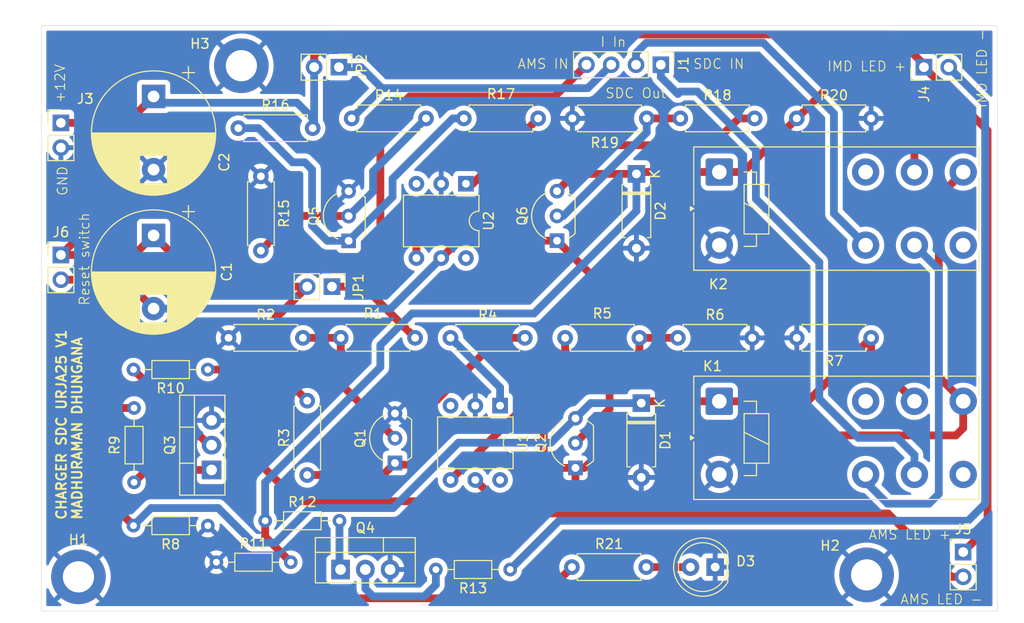
<source format=kicad_pcb>
(kicad_pcb (version 20240108) (generator "pcbnew") (generator_version "8.0")
  (layers (0 "F.Cu" signal) (31 "B.Cu" signal) (34 "B.Paste" user) (35 "F.Paste" user) (36 "B.SilkS" user "B.Silkscreen") (37 "F.SilkS" user "F.Silkscreen") (38 "B.Mask" user) (39 "F.Mask" user) (44 "Edge.Cuts" user))
  (net 0 "")
  (net 1 "AMS LED +ve")
  (net 2 "Reset Switch -Ve")
  (net 3 "GND")
  (net 4 "AMS Fault Led")
  (net 5 "IMD Fault Led")
  (net 6 "IMD Status In")
  (net 7 "AMS Status in")
  (net 8 "SDC OUT")
  (net 9 "SDC IN")
  (net 10 "IMD LED -ve")
  (net 11 "AMS LED -ve")
  (net 13 "Net-(K1-Pad22)")
  (net 17 "Net-(Q1-B)")
  (net 18 "Net-(Q1-C)")
  (net 19 "Net-(Q2-B)")
  (net 20 "Net-(Q3-G)")
  (net 21 "Net-(Q3-D)")
  (net 22 "Net-(Q4-G)")
  (net 23 "Net-(Q4-D)")
  (net 24 "Net-(Q5-C)")
  (net 25 "Net-(Q5-B)")
  (net 26 "Net-(Q6-B)")
  (net 27 "Net-(R4-Pad1)")
  (net 28 "Net-(R5-Pad2)")
  (net 29 "Net-(R17-Pad1)")
  (net 30 "Net-(R18-Pad2)")
  (net 35 "Net-(D3-A)")
  (footprint "Resistor_THT:R_Axial_DIN0207_L6.3mm_D2.5mm_P7.62mm_Horizontal" (layer "F.Cu") (at 485.81 107)
    (property "Reference" "R14" (at 3.81 -2.37 0) (layer "F.SilkS"))
    (property "Value" "1K")
    (pad "1" thru_hole circle (at 0 0) (size 1.6 1.6) (drill 0.8) (layers "*.Cu" "*.Mask") (net 6 "IMD Status In"))
    (pad "2" thru_hole oval (at 7.62 0) (size 1.6 1.6) (drill 0.8) (layers "*.Cu" "*.Mask") (net 25 "Net-(Q5-B)"))
  )
  (footprint "Capacitor_THT:CP_Radial_D12.5mm_P7.50mm" (layer "F.Cu") (at 465.5 119 -90)
    (property "Reference" "C1" (at 3.75 -7.5 90) (layer "F.SilkS"))
    (property "Value" "C_Polarized")
    (pad "1" thru_hole rect (at 0 0 270) (size 2.4 2.4) (drill 1.2) (layers "*.Cu" "*.Mask") (net 1 "AMS LED +ve"))
    (pad "2" thru_hole circle (at 7.5 0 270) (size 2.4 2.4) (drill 1.2) (layers "*.Cu" "*.Mask") (net 2 "Reset Switch -Ve"))
  )
  (footprint "Package_TO_SOT_THT:TO-92_Inline_Wide" (layer "F.Cu") (at 508.75 142.83 90)
    (property "Reference" "Q2" (at 2.54 -3.56 90) (layer "F.SilkS"))
    (property "Value" "NPN")
    (pad "1" thru_hole rect (at 0 0 90) (size 1.5 1.5) (drill 0.8) (layers "*.Cu" "*.Mask") (net 2 "Reset Switch -Ve"))
    (pad "2" thru_hole circle (at 2.54 0 90) (size 1.5 1.5) (drill 0.8) (layers "*.Cu" "*.Mask") (net 19 "Net-(Q2-B)"))
    (pad "3" thru_hole circle (at 5.08 0 90) (size 1.5 1.5) (drill 0.8) (layers "*.Cu" "*.Mask") (net 4 "AMS Fault Led"))
  )
  (footprint "Package_TO_SOT_THT:TO-92_Inline_Wide" (layer "F.Cu") (at 506.86 119.54 90)
    (property "Reference" "Q6" (at 2.54 -3.56 90) (layer "F.SilkS"))
    (property "Value" "NPN")
    (pad "1" thru_hole rect (at 0 0 90) (size 1.5 1.5) (drill 0.8) (layers "*.Cu" "*.Mask") (net 2 "Reset Switch -Ve"))
    (pad "2" thru_hole circle (at 2.54 0 90) (size 1.5 1.5) (drill 0.8) (layers "*.Cu" "*.Mask") (net 26 "Net-(Q6-B)"))
    (pad "3" thru_hole circle (at 5.08 0 90) (size 1.5 1.5) (drill 0.8) (layers "*.Cu" "*.Mask") (net 5 "IMD Fault Led"))
  )
  (footprint "Resistor_THT:R_Axial_DIN0204_L3.6mm_D1.6mm_P7.62mm_Horizontal" (layer "F.Cu") (at 471.06 132.75 180)
    (property "Reference" "R10" (at 3.81 -1.92 0) (layer "F.SilkS"))
    (property "Value" "220")
    (pad "1" thru_hole circle (at 0 0 180) (size 1.4 1.4) (drill 0.7) (layers "*.Cu" "*.Mask") (net 11 "AMS LED -ve"))
    (pad "2" thru_hole oval (at 7.62 0 180) (size 1.4 1.4) (drill 0.7) (layers "*.Cu" "*.Mask") (net 21 "Net-(Q3-D)"))
  )
  (footprint "MountingHole:MountingHole_3.2mm_M3_DIN965_Pad" (layer "F.Cu") (at 457.8 154)
    (property "Reference" "H1" (at 0 -3.8 0) (layer "F.SilkS"))
    (property "Value" "MountingHole_Pad")
    (pad "1" thru_hole circle (at 0 0) (size 5.6 5.6) (drill 3.2) (layers "*.Cu" "*.Mask") (net 3 "GND"))
  )
  (footprint "MountingHole:MountingHole_3.2mm_M3_DIN965_Pad" (layer "F.Cu") (at 474.5 101.6)
    (property "Reference" "H3" (at -4.25 -2.25 0) (layer "F.SilkS"))
    (property "Value" "MountingHole_Pad")
    (pad "1" thru_hole circle (at 0 0) (size 5.6 5.6) (drill 3.2) (layers "*.Cu" "*.Mask") (net 3 "GND"))
  )
  (footprint "Package_TO_SOT_THT:TO-92L_Inline_Wide" (layer "F.Cu") (at 485.5 119.55 90)
    (property "Reference" "Q5" (at 2.54 -3.56 90) (layer "F.SilkS"))
    (property "Value" "NPN")
    (pad "1" thru_hole rect (at 0 0 90) (size 1.5 1.5) (drill 0.8) (layers "*.Cu" "*.Mask") (net 24 "Net-(Q5-C)"))
    (pad "2" thru_hole circle (at 2.54 0 90) (size 1.5 1.5) (drill 0.8) (layers "*.Cu" "*.Mask") (net 25 "Net-(Q5-B)"))
    (pad "3" thru_hole circle (at 5.08 0 90) (size 1.5 1.5) (drill 0.8) (layers "*.Cu" "*.Mask") (net 3 "GND"))
  )
  (footprint "Resistor_THT:R_Axial_DIN0207_L6.3mm_D2.5mm_P7.62mm_Horizontal" (layer "F.Cu") (at 495.94 129.5)
    (property "Reference" "R4" (at 3.81 -2.37 0) (layer "F.SilkS"))
    (property "Value" "1K")
    (pad "1" thru_hole circle (at 0 0) (size 1.6 1.6) (drill 0.8) (layers "*.Cu" "*.Mask") (net 27 "Net-(R4-Pad1)"))
    (pad "2" thru_hole oval (at 7.62 0) (size 1.6 1.6) (drill 0.8) (layers "*.Cu" "*.Mask") (net 18 "Net-(Q1-C)"))
  )
  (footprint "Package_DIP:DIP-6_W7.62mm" (layer "F.Cu") (at 497.525 113.7 -90)
    (property "Reference" "U2" (at 3.81 -2.33 90) (layer "F.SilkS"))
    (property "Value" "4N25")
    (pad "1" thru_hole rect (at 0 0 270) (size 1.6 1.6) (drill 0.8) (layers "*.Cu" "*.Mask") (net 29 "Net-(R17-Pad1)"))
    (pad "2" thru_hole oval (at 0 2.54 270) (size 1.6 1.6) (drill 0.8) (layers "*.Cu" "*.Mask") (net 3 "GND"))
    (pad "3" thru_hole oval (at 0 5.08 270) (size 1.6 1.6) (drill 0.8) (layers "*.Cu" "*.Mask"))
    (pad "4" thru_hole oval (at 7.62 5.08 270) (size 1.6 1.6) (drill 0.8) (layers "*.Cu" "*.Mask") (net 30 "Net-(R18-Pad2)"))
    (pad "5" thru_hole oval (at 7.62 2.54 270) (size 1.6 1.6) (drill 0.8) (layers "*.Cu" "*.Mask") (net 2 "Reset Switch -Ve"))
    (pad "6" thru_hole oval (at 7.62 0 270) (size 1.6 1.6) (drill 0.8) (layers "*.Cu" "*.Mask"))
  )
  (footprint "Package_TO_SOT_THT:TO-92L_Inline_Wide" (layer "F.Cu") (at 490.25 142.33 90)
    (property "Reference" "Q1" (at 2.54 -3.56 90) (layer "F.SilkS"))
    (property "Value" "NPN")
    (pad "1" thru_hole rect (at 0 0 90) (size 1.5 1.5) (drill 0.8) (layers "*.Cu" "*.Mask") (net 18 "Net-(Q1-C)"))
    (pad "2" thru_hole circle (at 2.54 0 90) (size 1.5 1.5) (drill 0.8) (layers "*.Cu" "*.Mask") (net 17 "Net-(Q1-B)"))
    (pad "3" thru_hole circle (at 5.08 0 90) (size 1.5 1.5) (drill 0.8) (layers "*.Cu" "*.Mask") (net 3 "GND"))
  )
  (footprint "Resistor_THT:R_Axial_DIN0207_L6.3mm_D2.5mm_P7.62mm_Horizontal" (layer "F.Cu") (at 508.39 153)
    (property "Reference" "R21" (at 3.81 -2.37 0) (layer "F.SilkS"))
    (property "Value" "1K")
    (pad "1" thru_hole circle (at 0 0) (size 1.6 1.6) (drill 0.8) (layers "*.Cu" "*.Mask") (net 1 "AMS LED +ve"))
    (pad "2" thru_hole oval (at 7.62 0) (size 1.6 1.6) (drill 0.8) (layers "*.Cu" "*.Mask") (net 35 "Net-(D3-A)"))
  )
  (footprint "Connector_PinHeader_2.54mm:PinHeader_1x02_P2.54mm_Vertical" (layer "F.Cu") (at 484.5 101.75 -90)
    (property "Reference" "JP2" (at 0 -2.33 90) (layer "F.SilkS"))
    (property "Value" "Jumper_2_Bridged")
    (pad "1" thru_hole rect (at 0 0 270) (size 1.7 1.7) (drill 1) (layers "*.Cu" "*.Mask") (net 6 "IMD Status In"))
    (pad "2" thru_hole oval (at 0 2.54 270) (size 1.7 1.7) (drill 1) (layers "*.Cu" "*.Mask") (net 1 "AMS LED +ve"))
  )
  (footprint "Package_TO_SOT_THT:TO-220-3_Vertical" (layer "F.Cu") (at 484.67 153.25)
    (property "Reference" "Q4" (at 2.54 -4.27 0) (layer "F.SilkS"))
    (property "Value" "IRF540N")
    (pad "1" thru_hole rect (at 0 0) (size 1.905 2) (drill 1.1) (layers "*.Cu" "*.Mask") (net 22 "Net-(Q4-G)"))
    (pad "2" thru_hole oval (at 2.54 0) (size 1.905 2) (drill 1.1) (layers "*.Cu" "*.Mask") (net 23 "Net-(Q4-D)"))
    (pad "3" thru_hole oval (at 5.08 0) (size 1.905 2) (drill 1.1) (layers "*.Cu" "*.Mask") (net 3 "GND"))
  )
  (footprint "Resistor_THT:R_Axial_DIN0207_L6.3mm_D2.5mm_P7.62mm_Horizontal" (layer "F.Cu") (at 539.06 129.5 180)
    (property "Reference" "R7" (at 3.81 -2.37 0) (layer "F.SilkS"))
    (property "Value" "10K")
    (pad "1" thru_hole circle (at 0 0 180) (size 1.6 1.6) (drill 0.8) (layers "*.Cu" "*.Mask") (net 4 "AMS Fault Led"))
    (pad "2" thru_hole oval (at 7.62 0 180) (size 1.6 1.6) (drill 0.8) (layers "*.Cu" "*.Mask") (net 3 "GND"))
  )
  (footprint "MountingHole:MountingHole_3.2mm_M3_DIN965_Pad" (layer "F.Cu") (at 538.6 153.8)
    (property "Reference" "H2" (at -3.75 -3 0) (layer "F.SilkS"))
    (property "Value" "MountingHole_Pad")
    (pad "1" thru_hole circle (at 0 0) (size 5.6 5.6) (drill 3.2) (layers "*.Cu" "*.Mask") (net 3 "GND"))
  )
  (footprint "Resistor_THT:R_Axial_DIN0207_L6.3mm_D2.5mm_P7.62mm_Horizontal" (layer "F.Cu") (at 504.93 107 180)
    (property "Reference" "R17" (at 3.81 2.5 0) (layer "F.SilkS"))
    (property "Value" "1K")
    (pad "1" thru_hole circle (at 0 0 180) (size 1.6 1.6) (drill 0.8) (layers "*.Cu" "*.Mask") (net 29 "Net-(R17-Pad1)"))
    (pad "2" thru_hole oval (at 7.62 0 180) (size 1.6 1.6) (drill 0.8) (layers "*.Cu" "*.Mask") (net 24 "Net-(Q5-C)"))
  )
  (footprint "Resistor_THT:R_Axial_DIN0204_L3.6mm_D1.6mm_P7.62mm_Horizontal" (layer "F.Cu") (at 471.06 148.75 180)
    (property "Reference" "R8" (at 3.81 -1.92 0) (layer "F.SilkS"))
    (property "Value" "10k")
    (pad "1" thru_hole circle (at 0 0 180) (size 1.4 1.4) (drill 0.7) (layers "*.Cu" "*.Mask") (net 3 "GND"))
    (pad "2" thru_hole oval (at 7.62 0 180) (size 1.4 1.4) (drill 0.7) (layers "*.Cu" "*.Mask") (net 4 "AMS Fault Led"))
  )
  (footprint "Diode_THT:D_A-405_P7.62mm_Horizontal" (layer "F.Cu") (at 515 112.69 -90)
    (property "Reference" "D2" (at 3.81 -2.47 90) (layer "F.SilkS"))
    (property "Value" "D")
    (fp_text user "K" (at 0 -1.9 90) (layer "F.SilkS"))
    (pad "1" thru_hole rect (at 0 0 270) (size 1.8 1.8) (drill 0.9) (layers "*.Cu" "*.Mask") (net 5 "IMD Fault Led"))
    (pad "2" thru_hole oval (at 7.62 0 270) (size 1.8 1.8) (drill 0.9) (layers "*.Cu" "*.Mask") (net 3 "GND"))
  )
  (footprint "Diode_THT:D_A-405_P7.62mm_Horizontal" (layer "F.Cu") (at 515.5 136.19 -90)
    (property "Reference" "D1" (at 3.81 -2.47 90) (layer "F.SilkS"))
    (property "Value" "D")
    (fp_text user "K" (at 0 -1.9 90) (layer "F.SilkS"))
    (pad "1" thru_hole rect (at 0 0 270) (size 1.8 1.8) (drill 0.9) (layers "*.Cu" "*.Mask") (net 4 "AMS Fault Led"))
    (pad "2" thru_hole oval (at 7.62 0 270) (size 1.8 1.8) (drill 0.9) (layers "*.Cu" "*.Mask") (net 3 "GND"))
  )
  (footprint "Resistor_THT:R_Axial_DIN0204_L3.6mm_D1.6mm_P7.62mm_Horizontal" (layer "F.Cu") (at 471.94 152.5)
    (property "Reference" "R11" (at 3.81 -1.92 0) (layer "F.SilkS"))
    (property "Value" "10k")
    (pad "1" thru_hole circle (at 0 0) (size 1.4 1.4) (drill 0.7) (layers "*.Cu" "*.Mask") (net 3 "GND"))
    (pad "2" thru_hole oval (at 7.62 0) (size 1.4 1.4) (drill 0.7) (layers "*.Cu" "*.Mask") (net 5 "IMD Fault Led"))
  )
  (footprint "Capacitor_THT:CP_Radial_D12.5mm_P7.50mm" (layer "F.Cu") (at 465.5 104.75 -90)
    (property "Reference" "C2" (at 6.75 -7.25 90) (layer "F.SilkS"))
    (property "Value" "C_Polarized")
    (pad "1" thru_hole rect (at 0 0 270) (size 2.4 2.4) (drill 1.2) (layers "*.Cu" "*.Mask") (net 1 "AMS LED +ve"))
    (pad "2" thru_hole circle (at 7.5 0 270) (size 2.4 2.4) (drill 1.2) (layers "*.Cu" "*.Mask") (net 3 "GND"))
  )
  (footprint "Resistor_THT:R_Axial_DIN0207_L6.3mm_D2.5mm_P7.62mm_Horizontal" (layer "F.Cu") (at 516.06 107 180)
    (property "Reference" "R19" (at 4.31 -2.5 0) (layer "F.SilkS"))
    (property "Value" "10K")
    (pad "1" thru_hole circle (at 0 0 180) (size 1.6 1.6) (drill 0.8) (layers "*.Cu" "*.Mask") (net 26 "Net-(Q6-B)"))
    (pad "2" thru_hole oval (at 7.62 0 180) (size 1.6 1.6) (drill 0.8) (layers "*.Cu" "*.Mask") (net 3 "GND"))
  )
  (footprint "Connector_PinHeader_2.54mm:PinHeader_1x02_P2.54mm_Vertical" (layer "F.Cu") (at 456 107.46)
    (property "Reference" "J3" (at 2.5 -2.46 0) (layer "F.SilkS"))
    (property "Value" "Conn_01x02_Pin")
    (pad "1" thru_hole rect (at 0 0) (size 1.7 1.7) (drill 1) (layers "*.Cu" "*.Mask") (net 1 "AMS LED +ve"))
    (pad "2" thru_hole oval (at 0 2.54) (size 1.7 1.7) (drill 1) (layers "*.Cu" "*.Mask") (net 3 "GND"))
  )
  (footprint "Connector_PinHeader_2.54mm:PinHeader_1x04_P2.54mm_Vertical" (layer "F.Cu") (at 517.5 101.5 -90)
    (property "Reference" "J1" (at 0 -2.33 90) (layer "F.SilkS"))
    (property "Value" "Conn_01x04_Pin")
    (pad "1" thru_hole rect (at 0 0 270) (size 1.7 1.7) (drill 1) (layers "*.Cu" "*.Mask") (net 9 "SDC IN"))
    (pad "2" thru_hole oval (at 0 2.54 270) (size 1.7 1.7) (drill 1) (layers "*.Cu" "*.Mask") (net 8 "SDC OUT"))
    (pad "3" thru_hole oval (at 0 5.08 270) (size 1.7 1.7) (drill 1) (layers "*.Cu" "*.Mask") (net 6 "IMD Status In"))
    (pad "4" thru_hole oval (at 0 7.62 270) (size 1.7 1.7) (drill 1) (layers "*.Cu" "*.Mask") (net 7 "AMS Status in"))
  )
  (footprint "Resistor_THT:R_Axial_DIN0207_L6.3mm_D2.5mm_P7.62mm_Horizontal" (layer "F.Cu") (at 481.25 143.56 90)
    (property "Reference" "R3" (at 3.81 -2.37 90) (layer "F.SilkS"))
    (property "Value" "1K")
    (pad "1" thru_hole circle (at 0 0 90) (size 1.6 1.6) (drill 0.8) (layers "*.Cu" "*.Mask") (net 18 "Net-(Q1-C)"))
    (pad "2" thru_hole oval (at 7.62 0 90) (size 1.6 1.6) (drill 0.8) (layers "*.Cu" "*.Mask") (net 1 "AMS LED +ve"))
  )
  (footprint "Resistor_THT:R_Axial_DIN0207_L6.3mm_D2.5mm_P7.62mm_Horizontal" (layer "F.Cu") (at 515.31 129.5 180)
    (property "Reference" "R5" (at 3.81 2.5 0) (layer "F.SilkS"))
    (property "Value" "1K")
    (pad "1" thru_hole circle (at 0 0 180) (size 1.6 1.6) (drill 0.8) (layers "*.Cu" "*.Mask") (net 19 "Net-(Q2-B)"))
    (pad "2" thru_hole oval (at 7.62 0 180) (size 1.6 1.6) (drill 0.8) (layers "*.Cu" "*.Mask") (net 28 "Net-(R5-Pad2)"))
  )
  (footprint "Resistor_THT:R_Axial_DIN0207_L6.3mm_D2.5mm_P7.62mm_Horizontal" (layer "F.Cu") (at 473.19 129.5)
    (property "Reference" "R2" (at 3.81 -2.37 0) (layer "F.SilkS"))
    (property "Value" "10K")
    (pad "1" thru_hole circle (at 0 0) (size 1.6 1.6) (drill 0.8) (layers "*.Cu" "*.Mask") (net 3 "GND"))
    (pad "2" thru_hole oval (at 7.62 0) (size 1.6 1.6) (drill 0.8) (layers "*.Cu" "*.Mask") (net 17 "Net-(Q1-B)"))
  )
  (footprint "Resistor_THT:R_Axial_DIN0207_L6.3mm_D2.5mm_P7.62mm_Horizontal" (layer "F.Cu") (at 476.5 112.94 -90)
    (property "Reference" "R15" (at 3.81 -2.37 90) (layer "F.SilkS"))
    (property "Value" "10K")
    (pad "1" thru_hole circle (at 0 0 270) (size 1.6 1.6) (drill 0.8) (layers "*.Cu" "*.Mask") (net 3 "GND"))
    (pad "2" thru_hole oval (at 7.62 0 270) (size 1.6 1.6) (drill 0.8) (layers "*.Cu" "*.Mask") (net 25 "Net-(Q5-B)"))
  )
  (footprint "Package_DIP:DIP-6_W7.62mm" (layer "F.Cu") (at 501.025 136.45 -90)
    (property "Reference" "U1" (at 3.81 -2.33 90) (layer "F.SilkS"))
    (property "Value" "4N25")
    (pad "1" thru_hole rect (at 0 0 270) (size 1.6 1.6) (drill 0.8) (layers "*.Cu" "*.Mask") (net 27 "Net-(R4-Pad1)"))
    (pad "2" thru_hole oval (at 0 2.54 270) (size 1.6 1.6) (drill 0.8) (layers "*.Cu" "*.Mask") (net 3 "GND"))
    (pad "3" thru_hole oval (at 0 5.08 270) (size 1.6 1.6) (drill 0.8) (layers "*.Cu" "*.Mask"))
    (pad "4" thru_hole oval (at 7.62 5.08 270) (size 1.6 1.6) (drill 0.8) (layers "*.Cu" "*.Mask") (net 28 "Net-(R5-Pad2)"))
    (pad "5" thru_hole oval (at 7.62 2.54 270) (size 1.6 1.6) (drill 0.8) (layers "*.Cu" "*.Mask") (net 2 "Reset Switch -Ve"))
    (pad "6" thru_hole oval (at 7.62 0 270) (size 1.6 1.6) (drill 0.8) (layers "*.Cu" "*.Mask"))
  )
  (footprint "LED_THT:LED_D5.0mm" (layer "F.Cu") (at 523.075 153 180)
    (property "Reference" "D3" (at -3.125 0.6 0) (layer "F.SilkS"))
    (property "Value" "LED")
    (pad "1" thru_hole rect (at 0 0 180) (size 1.8 1.8) (drill 0.9) (layers "*.Cu" "*.Mask") (net 3 "GND"))
    (pad "2" thru_hole circle (at 2.54 0 180) (size 1.8 1.8) (drill 0.9) (layers "*.Cu" "*.Mask") (net 35 "Net-(D3-A)"))
  )
  (footprint "Resistor_THT:R_Axial_DIN0207_L6.3mm_D2.5mm_P7.62mm_Horizontal" (layer "F.Cu") (at 519.5 107)
    (property "Reference" "R18" (at 3.81 -2.37 0) (layer "F.SilkS"))
    (property "Value" "1K")
    (pad "1" thru_hole circle (at 0 0) (size 1.6 1.6) (drill 0.8) (layers "*.Cu" "*.Mask") (net 26 "Net-(Q6-B)"))
    (pad "2" thru_hole oval (at 7.62 0) (size 1.6 1.6) (drill 0.8) (layers "*.Cu" "*.Mask") (net 30 "Net-(R18-Pad2)"))
  )
  (footprint "Relay_THT:Relay_DPDT_Finder_40.52" (layer "F.Cu") (at 523.5 136)
    (property "Reference" "K1" (at -0.7 -3.6 0) (layer "F.SilkS"))
    (property "Value" "Relay_DPDT")
    (pad "11" thru_hole circle (at 20 0) (size 2.8 2.8) (drill 1.5) (layers "*.Cu" "*.Mask") (net 4 "AMS Fault Led"))
    (pad "12" thru_hole circle (at 15 0) (size 2.8 2.8) (drill 1.5) (layers "*.Cu" "*.Mask"))
    (pad "14" thru_hole circle (at 25 0) (size 2.8 2.8) (drill 1.5) (layers "*.Cu" "*.Mask") (net 2 "Reset Switch -Ve"))
    (pad "21" thru_hole circle (at 20 7.5) (size 2.8 2.8) (drill 1.5) (layers "*.Cu" "*.Mask") (net 9 "SDC IN"))
    (pad "22" thru_hole circle (at 15 7.5) (size 2.8 2.8) (drill 1.5) (layers "*.Cu" "*.Mask") (net 13 "Net-(K1-Pad22)"))
    (pad "24" thru_hole circle (at 25 7.5) (size 2.8 2.8) (drill 1.5) (layers "*.Cu" "*.Mask"))
    (pad "A1" thru_hole roundrect (at 0 0) (size 2.8 2.8) (drill 1.5) (layers "*.Cu" "*.Mask") (roundrect_rratio 0.08928571429) (net 4 "AMS Fault Led"))
    (pad "A2" thru_hole circle (at 0 7.5) (size 2.8 2.8) (drill 1.5) (layers "*.Cu" "*.Mask") (net 3 "GND"))
  )
  (footprint "Resistor_THT:R_Axial_DIN0204_L3.6mm_D1.6mm_P7.62mm_Horizontal" (layer "F.Cu") (at 502.06 153.25 180)
    (property "Reference" "R13" (at 3.81 -1.92 0) (layer "F.SilkS"))
    (property "Value" "220")
    (pad "1" thru_hole circle (at 0 0 180) (size 1.4 1.4) (drill 0.7) (layers "*.Cu" "*.Mask") (net 10 "IMD LED -ve"))
    (pad "2" thru_hole oval (at 7.62 0 180) (size 1.4 1.4) (drill 0.7) (layers "*.Cu" "*.Mask") (net 23 "Net-(Q4-D)"))
  )
  (footprint "Resistor_THT:R_Axial_DIN0204_L3.6mm_D1.6mm_P7.62mm_Horizontal" (layer "F.Cu") (at 476.94 148.25)
    (property "Reference" "R12" (at 3.81 -1.92 0) (layer "F.SilkS"))
    (property "Value" "100")
    (pad "1" thru_hole circle (at 0 0) (size 1.4 1.4) (drill 0.7) (layers "*.Cu" "*.Mask") (net 5 "IMD Fault Led"))
    (pad "2" thru_hole oval (at 7.62 0) (size 1.4 1.4) (drill 0.7) (layers "*.Cu" "*.Mask") (net 22 "Net-(Q4-G)"))
  )
  (footprint "Relay_THT:Relay_DPDT_Finder_40.52" (layer "F.Cu") (at 523.5 112.5)
    (property "Reference" "K2" (at -0.1 11.5 0) (layer "F.SilkS"))
    (property "Value" "Relay_DPDT")
    (pad "11" thru_hole circle (at 20 0) (size 2.8 2.8) (drill 1.5) (layers "*.Cu" "*.Mask") (net 5 "IMD Fault Led"))
    (pad "12" thru_hole circle (at 15 0) (size 2.8 2.8) (drill 1.5) (layers "*.Cu" "*.Mask"))
    (pad "14" thru_hole circle (at 25 0) (size 2.8 2.8) (drill 1.5) (layers "*.Cu" "*.Mask") (net 2 "Reset Switch -Ve"))
    (pad "21" thru_hole circle (at 20 7.5) (size 2.8 2.8) (drill 1.5) (layers "*.Cu" "*.Mask") (net 13 "Net-(K1-Pad22)"))
    (pad "22" thru_hole circle (at 15 7.5) (size 2.8 2.8) (drill 1.5) (layers "*.Cu" "*.Mask") (net 8 "SDC OUT"))
    (pad "24" thru_hole circle (at 25 7.5) (size 2.8 2.8) (drill 1.5) (layers "*.Cu" "*.Mask"))
    (pad "A1" thru_hole roundrect (at 0 0) (size 2.8 2.8) (drill 1.5) (layers "*.Cu" "*.Mask") (roundrect_rratio 0.08928571429) (net 5 "IMD Fault Led"))
    (pad "A2" thru_hole circle (at 0 7.5) (size 2.8 2.8) (drill 1.5) (layers "*.Cu" "*.Mask") (net 3 "GND"))
  )
  (footprint "Package_TO_SOT_THT:TO-220-3_Vertical" (layer "F.Cu") (at 471.445 143.04 90)
    (property "Reference" "Q3" (at 2.54 -4.27 90) (layer "F.SilkS"))
    (property "Value" "IRF540N")
    (pad "1" thru_hole rect (at 0 0 90) (size 1.905 2) (drill 1.1) (layers "*.Cu" "*.Mask") (net 20 "Net-(Q3-G)"))
    (pad "2" thru_hole oval (at 2.54 0 90) (size 1.905 2) (drill 1.1) (layers "*.Cu" "*.Mask") (net 21 "Net-(Q3-D)"))
    (pad "3" thru_hole oval (at 5.08 0 90) (size 1.905 2) (drill 1.1) (layers "*.Cu" "*.Mask") (net 3 "GND"))
  )
  (footprint "Connector_PinHeader_2.54mm:PinHeader_1x02_P2.54mm_Vertical" (layer "F.Cu") (at 456 121)
    (property "Reference" "J6" (at 0 -2.33 0) (layer "F.SilkS"))
    (property "Value" "Conn_01x02_Pin")
    (pad "1" thru_hole rect (at 0 0) (size 1.7 1.7) (drill 1) (layers "*.Cu" "*.Mask") (net 1 "AMS LED +ve"))
    (pad "2" thru_hole oval (at 0 2.54) (size 1.7 1.7) (drill 1) (layers "*.Cu" "*.Mask") (net 2 "Reset Switch -Ve"))
  )
  (footprint "Connector_PinHeader_2.54mm:PinHeader_1x02_P2.54mm_Vertical" (layer "F.Cu") (at 483.79 124.25 -90)
    (property "Reference" "JP1" (at 0 -2.71 90) (layer "F.SilkS"))
    (property "Value" "Jumper_2_Bridged")
    (pad "1" thru_hole rect (at 0 0 270) (size 1.7 1.7) (drill 1) (layers "*.Cu" "*.Mask") (net 7 "AMS Status in"))
    (pad "2" thru_hole oval (at 0 2.54 270) (size 1.7 1.7) (drill 1) (layers "*.Cu" "*.Mask") (net 1 "AMS LED +ve"))
  )
  (footprint "Resistor_THT:R_Axial_DIN0207_L6.3mm_D2.5mm_P7.62mm_Horizontal" (layer "F.Cu") (at 474.19 108)
    (property "Reference" "R16" (at 3.81 -2.37 0) (layer "F.SilkS"))
    (property "Value" "1K")
    (pad "1" thru_hole circle (at 0 0) (size 1.6 1.6) (drill 0.8) (layers "*.Cu" "*.Mask") (net 24 "Net-(Q5-C)"))
    (pad "2" thru_hole oval (at 7.62 0) (size 1.6 1.6) (drill 0.8) (layers "*.Cu" "*.Mask") (net 1 "AMS LED +ve"))
  )
  (footprint "Connector_PinHeader_2.54mm:PinHeader_1x02_P2.54mm_Vertical" (layer "F.Cu") (at 544.475 101.75 90)
    (property "Reference" "J4" (at -2.75 0.025 90) (layer "F.SilkS"))
    (property "Value" "Conn_01x02_Pin")
    (pad "1" thru_hole rect (at 0 0 90) (size 1.7 1.7) (drill 1) (layers "*.Cu" "*.Mask") (net 1 "AMS LED +ve"))
    (pad "2" thru_hole oval (at 0 2.54 90) (size 1.7 1.7) (drill 1) (layers "*.Cu" "*.Mask") (net 10 "IMD LED -ve"))
  )
  (footprint "Resistor_THT:R_Axial_DIN0207_L6.3mm_D2.5mm_P7.62mm_Horizontal" (layer "F.Cu") (at 519.25 129.5)
    (property "Reference" "R6" (at 3.81 -2.37 0) (layer "F.SilkS"))
    (property "Value" "10K")
    (pad "1" thru_hole circle (at 0 0) (size 1.6 1.6) (drill 0.8) (layers "*.Cu" "*.Mask") (net 19 "Net-(Q2-B)"))
    (pad "2" thru_hole oval (at 7.62 0) (size 1.6 1.6) (drill 0.8) (layers "*.Cu" "*.Mask") (net 3 "GND"))
  )
  (footprint "Resistor_THT:R_Axial_DIN0204_L3.6mm_D1.6mm_P7.62mm_Horizontal" (layer "F.Cu") (at 463.5 136.69 -90)
    (property "Reference" "R9" (at 3.81 2 90) (layer "F.SilkS"))
    (property "Value" "100")
    (pad "1" thru_hole circle (at 0 0 270) (size 1.4 1.4) (drill 0.7) (layers "*.Cu" "*.Mask") (net 4 "AMS Fault Led"))
    (pad "2" thru_hole oval (at 7.62 0 270) (size 1.4 1.4) (drill 0.7) (layers "*.Cu" "*.Mask") (net 20 "Net-(Q3-G)"))
  )
  (footprint "Resistor_THT:R_Axial_DIN0207_L6.3mm_D2.5mm_P7.62mm_Horizontal" (layer "F.Cu") (at 492.31 129.5 180)
    (property "Reference" "R1" (at 4.31 2.5 0) (layer "F.SilkS"))
    (property "Value" "1K")
    (pad "1" thru_hole circle (at 0 0 180) (size 1.6 1.6) (drill 0.8) (layers "*.Cu" "*.Mask") (net 7 "AMS Status in"))
    (pad "2" thru_hole oval (at 7.62 0 180) (size 1.6 1.6) (drill 0.8) (layers "*.Cu" "*.Mask") (net 17 "Net-(Q1-B)"))
  )
  (footprint "Resistor_THT:R_Axial_DIN0207_L6.3mm_D2.5mm_P7.62mm_Horizontal" (layer "F.Cu") (at 531.44 107)
    (property "Reference" "R20" (at 3.81 -2.37 0) (layer "F.SilkS"))
    (property "Value" "10K")
    (pad "1" thru_hole circle (at 0 0) (size 1.6 1.6) (drill 0.8) (layers "*.Cu" "*.Mask") (net 5 "IMD Fault Led"))
    (pad "2" thru_hole oval (at 7.62 0) (size 1.6 1.6) (drill 0.8) (layers "*.Cu" "*.Mask") (net 3 "GND"))
  )
  (footprint "Connector_PinHeader_2.54mm:PinHeader_1x02_P2.54mm_Vertical" (layer "F.Cu") (at 548.5 151.46)
    (property "Reference" "J5" (at 0 -2.33 0) (layer "F.SilkS"))
    (property "Value" "Conn_01x02_Pin")
    (pad "1" thru_hole rect (at 0 0) (size 1.7 1.7) (drill 1) (layers "*.Cu" "*.Mask") (net 1 "AMS LED +ve"))
    (pad "2" thru_hole oval (at 0 2.54) (size 1.7 1.7) (drill 1) (layers "*.Cu" "*.Mask") (net 11 "AMS LED -ve"))
  )
  (gr_rect (start 454 97.5) (end 552 157.5) (stroke (width 0.05)) (fill none) (layer "Edge.Cuts"))
  (gr_text "SDC IN\n" (at 520.75 102 0) (layer "F.SilkS") (effects (font (size 1 1) (thickness 0.1)) (justify left bottom)))
  (gr_text "AMS LED +\n" (at 538.75 150.25 0) (layer "F.SilkS") (effects (font (size 1 1) (thickness 0.1)) (justify left bottom)))
  (gr_text "SDC Out\n" (at 511.75 105 0) (layer "F.SilkS") (effects (font (size 1 1) (thickness 0.1)) (justify left bottom)))
  (gr_text "Reset switch" (at 459 126.25 90) (layer "F.SilkS") (effects (font (size 1 1) (thickness 0.1)) (justify left bottom)))
  (gr_text "AMS LED -\n\n" (at 542 158.5 0) (layer "F.SilkS") (effects (font (size 1 1) (thickness 0.1)) (justify left bottom)))
  (gr_text "IMD LED -\n" (at 551 106 90) (layer "F.SilkS") (effects (font (size 1 1) (thickness 0.1)) (justify left bottom)))
  (gr_text "I In\n" (at 511.25 99.75 0) (layer "F.SilkS") (effects (font (size 1 1) (thickness 0.1)) (justify left bottom)))
  (gr_text "IMD LED +\n" (at 534.5 102.25 0) (layer "F.SilkS") (effects (font (size 1 1) (thickness 0.1)) (justify left bottom)))
  (gr_text "AMS IN\n" (at 502.75 102 0) (layer "F.SilkS") (effects (font (size 1 1) (thickness 0.1)) (justify left bottom)))
  (gr_text "CHARGER SDC URJA25 V1\nMADHURAMAN DHUNGANA " (at 458.25 148.25 90) (layer "F.SilkS") (effects (font (size 1 1) (thickness 0.2) (bold yes)) (justify left bottom)))
  (gr_text "GND" (at 456.75 115 90) (layer "F.SilkS") (effects (font (size 1 1) (thickness 0.1)) (justify left bottom)))
  (gr_text "+12V\n" (at 456.5 105.5 90) (layer "F.SilkS") (effects (font (size 1 1) (thickness 0.1)) (justify left bottom)))
  (segment (start 508.39 153) (end 505.19 156.2) (width 0.8) (layer "F.Cu") (net 1))
  (segment (start 459.25 108.96) (end 459.25 117.75) (width 0.8) (layer "F.Cu") (net 1))
  (segment (start 544.475 101.475) (end 544.475 101.75) (width 0.8) (layer "F.Cu") (net 1))
  (segment (start 549.975 107.25) (end 544.475 101.75) (width 0.8) (layer "F.Cu") (net 1))
  (segment (start 459.4 147.8) (end 459.4 133.654415) (width 0.8) (layer "F.Cu") (net 1))
  (segment (start 456 107.46) (end 459.25 107.46) (width 0.8) (layer "F.Cu") (net 1))
  (segment (start 481.96 101.75) (end 481.96 101.04) (width 0.8) (layer "F.Cu") (net 1))
  (segment (start 551 148.96) (end 551 108.25) (width 0.8) (layer "F.Cu") (net 1))
  (segment (start 541.4 98.4) (end 544.475 101.475) (width 0.8) (layer "F.Cu") (net 1))
  (segment (start 470.75 125.65) (end 470.75 124.25) (width 0.8) (layer "F.Cu") (net 1))
  (segment (start 478 132.69) (end 478 127.25) (width 0.8) (layer "F.Cu") (net 1))
  (segment (start 481.96 101.04) (end 482 101) (width 0.8) (layer "F.Cu") (net 1))
  (segment (start 481.96 101.75) (end 481.96 100.547919) (width 0.8) (layer "F.Cu") (net 1))
  (segment (start 505.19 156.2) (end 467.8 156.2) (width 0.8) (layer "F.Cu") (net 1))
  (segment (start 478.25 127.25) (end 481.25 124.25) (width 0.8) (layer "F.Cu") (net 1))
  (segment (start 481.25 124.25) (end 470.75 124.25) (width 0.8) (layer "F.Cu") (net 1))
  (segment (start 460.75 107.46) (end 459.25 108.96) (width 0.8) (layer "F.Cu") (net 1))
  (segment (start 481.96 100.547919) (end 484.107919 98.4) (width 0.8) (layer "F.Cu") (net 1))
  (segment (start 463.5 121) (end 465.5 119) (width 0.8) (layer "F.Cu") (net 1))
  (segment (start 484.107919 98.4) (end 541.4 98.4) (width 0.8) (layer "F.Cu") (net 1))
  (segment (start 459.25 117.75) (end 456 121) (width 0.8) (layer "F.Cu") (net 1))
  (segment (start 481.25 135.94) (end 478 132.69) (width 0.8) (layer "F.Cu") (net 1))
  (segment (start 459.25 107.46) (end 462.79 107.46) (width 0.8) (layer "F.Cu") (net 1))
  (segment (start 459.4 133.654415) (end 462.854415 130.2) (width 0.8) (layer "F.Cu") (net 1))
  (segment (start 551 108.25) (end 550 107.25) (width 0.8) (layer "F.Cu") (net 1))
  (segment (start 456 121) (end 463.5 121) (width 0.8) (layer "F.Cu") (net 1))
  (segment (start 550 107.25) (end 549.975 107.25) (width 0.8) (layer "F.Cu") (net 1))
  (segment (start 462.79 107.46) (end 465.5 104.75) (width 0.8) (layer "F.Cu") (net 1))
  (segment (start 466.2 130.2) (end 470.75 125.65) (width 0.8) (layer "F.Cu") (net 1))
  (segment (start 470.75 124.25) (end 465.5 119) (width 0.8) (layer "F.Cu") (net 1))
  (segment (start 478 127.25) (end 478.25 127.25) (width 0.8) (layer "F.Cu") (net 1))
  (segment (start 548.5 151.46) (end 551 148.96) (width 0.8) (layer "F.Cu") (net 1))
  (segment (start 467.8 156.2) (end 459.4 147.8) (width 0.8) (layer "F.Cu") (net 1))
  (segment (start 462.854415 130.2) (end 466.2 130.2) (width 0.8) (layer "F.Cu") (net 1))
  (segment (start 481.81 107) (end 481.81 108) (width 0.8) (layer "B.Cu") (net 1))
  (segment (start 480.21 105.4) (end 481.81 107) (width 0.8) (layer "B.Cu") (net 1))
  (segment (start 481.96 107.85) (end 481.96 101.75) (width 0.8) (layer "B.Cu") (net 1))
  (segment (start 466.15 105.4) (end 480.21 105.4) (width 0.8) (layer "B.Cu") (net 1))
  (segment (start 465.5 104.75) (end 466.15 105.4) (width 0.8) (layer "B.Cu") (net 1))
  (segment (start 481.81 108) (end 481.96 107.85) (width 0.8) (layer "B.Cu") (net 1))
  (segment (start 456 123.54) (end 462.54 123.54) (width 0.8) (layer "F.Cu") (net 2))
  (segment (start 546 115) (end 546 133.5) (width 0.8) (layer "F.Cu") (net 2))
  (segment (start 462.54 123.54) (end 465.5 126.5) (width 0.8) (layer "F.Cu") (net 2))
  (segment (start 496.765 119.54) (end 494.985 121.32) (width 0.8) (layer "F.Cu") (net 2))
  (segment (start 506.86 119.54) (end 496.765 119.54) (width 0.8) (layer "F.Cu") (net 2))
  (segment (start 548.5 112.5) (end 546 115) (width 0.8) (layer "F.Cu") (net 2))
  (segment (start 500.415 146) (end 498.485 144.07) (width 0.8) (layer "F.Cu") (net 2))
  (segment (start 508.75 142.83) (end 506.58 142.83) (width 0.8) (layer "F.Cu") (net 2))
  (segment (start 548.5 136) (end 548.5 138.75) (width 0.8) (layer "F.Cu") (net 2))
  (segment (start 505.5 137) (end 511.25 131.25) (width 0.8) (layer "F.Cu") (net 2))
  (segment (start 506.58 142.83) (end 505.5 141.75) (width 0.8) (layer "F.Cu") (net 2))
  (segment (start 508.75 145.25) (end 508 146) (width 0.8) (layer "F.Cu") (net 2))
  (segment (start 508 146) (end 500.415 146) (width 0.8) (layer "F.Cu") (net 2))
  (segment (start 511.25 131.25) (end 511.25 123.93) (width 0.8) (layer "F.Cu") (net 2))
  (segment (start 511.25 123.93) (end 506.86 119.54) (width 0.8) (layer "F.Cu") (net 2))
  (segment (start 509.67 142.83) (end 508.75 142.83) (width 0.8) (layer "F.Cu") (net 2))
  (segment (start 508.75 142.83) (end 508.75 145.25) (width 0.8) (layer "F.Cu") (net 2))
  (segment (start 505.5 141.75) (end 505.5 137) (width 0.8) (layer "F.Cu") (net 2))
  (segment (start 546 133.5) (end 548.5 136) (width 0.8) (layer "F.Cu") (net 2))
  (segment (start 513 139.5) (end 509.67 142.83) (width 0.8) (layer "F.Cu") (net 2))
  (segment (start 547.75 139.5) (end 513 139.5) (width 0.8) (layer "F.Cu") (net 2))
  (segment (start 548.5 138.75) (end 547.75 139.5) (width 0.8) (layer "F.Cu") (net 2))
  (segment (start 489.805 126.5) (end 494.985 121.32) (width 0.8) (layer "B.Cu") (net 2))
  (segment (start 465.5 126.5) (end 489.805 126.5) (width 0.8) (layer "B.Cu") (net 2))
  (segment (start 461.19 146.5) (end 463.44 148.75) (width 0.8) (layer "F.Cu") (net 4))
  (segment (start 523.5 136) (end 532.56 136) (width 0.8) (layer "F.Cu") (net 4))
  (segment (start 539.06 131.56) (end 543.5 136) (width 0.8) (layer "F.Cu") (net 4))
  (segment (start 462.31 136.69) (end 461 138) (width 0.8) (layer "F.Cu") (net 4))
  (segment (start 539.06 129.5) (end 539.06 131.56) (width 0.8) (layer "F.Cu") (net 4))
  (segment (start 461 138) (end 461 146.5) (width 0.8) (layer "F.Cu") (net 4))
  (segment (start 523.5 136) (end 515.69 136) (width 0.8) (layer "F.Cu") (net 4))
  (segment (start 515.69 136) (end 515.5 136.19) (width 0.8) (layer "F.Cu") (net 4))
  (segment (start 461 146.5) (end 461.19 146.5) (width 0.8) (layer "F.Cu") (net 4))
  (segment (start 532.56 136) (end 539.06 129.5) (width 0.8) (layer "F.Cu") (net 4))
  (segment (start 463.5 136.69) (end 462.31 136.69) (width 0.8) (layer "F.Cu") (net 4))
  (segment (start 475.675761 150.5) (end 472.125761 146.95) (width 0.8) (layer "B.Cu") (net 4))
  (segment (start 515.5 136.19) (end 510.31 136.19) (width 0.8) (layer "B.Cu") (net 4))
  (segment (start 510.31 136.19) (end 508.75 137.75) (width 0.8) (layer "B.Cu") (net 4))
  (segment (start 508.75 137.75) (end 506.25 140.25) (width 0.8) (layer "B.Cu") (net 4))
  (segment (start 496.75 140.25) (end 490.05 146.95) (width 0.8) (layer "B.Cu") (net 4))
  (segment (start 506.25 140.25) (end 496.75 140.25) (width 0.8) (layer "B.Cu") (net 4))
  (segment (start 465.24 146.95) (end 463.44 148.75) (width 0.8) (layer "B.Cu") (net 4))
  (segment (start 472.125761 146.95) (end 465.24 146.95) (width 0.8) (layer "B.Cu") (net 4))
  (segment (start 490.05 146.95) (end 481.55 146.95) (width 0.8) (layer "B.Cu") (net 4))
  (segment (start 481.55 146.95) (end 478 150.5) (width 0.8) (layer "B.Cu") (net 4))
  (segment (start 478 150.5) (end 475.675761 150.5) (width 0.8) (layer "B.Cu") (net 4))
  (segment (start 476.94 149.88) (end 479.56 152.5) (width 0.8) (layer "F.Cu") (net 5))
  (segment (start 543.5 107) (end 540.75 104.25) (width 0.8) (layer "F.Cu") (net 5))
  (segment (start 515.19 112.5) (end 515 112.69) (width 0.8) (layer "F.Cu") (net 5))
  (segment (start 534.19 104.25) (end 531.44 107) (width 0.8) (layer "F.Cu") (net 5))
  (segment (start 523.5 112.5) (end 515.19 112.5) (width 0.8) (layer "F.Cu") (net 5))
  (segment (start 525.94 112.5) (end 523.5 112.5) (width 0.8) (layer "F.Cu") (net 5))
  (segment (start 531.44 107) (end 525.94 112.5) (width 0.8) (layer "F.Cu") (net 5))
  (segment (start 476.94 148.25) (end 476.94 149.88) (width 0.8) (layer "F.Cu") (net 5))
  (segment (start 543.5 112.5) (end 543.5 107) (width 0.8) (layer "F.Cu") (net 5))
  (segment (start 508.63 112.69) (end 515 112.69) (width 0.8) (layer "F.Cu") (net 5))
  (segment (start 506.86 114.46) (end 508.63 112.69) (width 0.8) (layer "F.Cu") (net 5))
  (segment (start 540.75 104.25) (end 534.19 104.25) (width 0.8) (layer "F.Cu") (net 5))
  (segment (start 515 116.5) (end 515 112.69) (width 0.8) (layer "B.Cu") (net 5))
  (segment (start 504.5 127) (end 492 127) (width 0.8) (layer "B.Cu") (net 5))
  (segment (start 492 127) (end 488.75 130.25) (width 0.8) (layer "B.Cu") (net 5))
  (segment (start 488.75 132.5) (end 476.94 144.31) (width 0.8) (layer "B.Cu") (net 5))
  (segment (start 488.75 130.25) (end 488.75 132.5) (width 0.8) (layer "B.Cu") (net 5))
  (segment (start 504.5 127) (end 515 116.5) (width 0.8) (layer "B.Cu") (net 5))
  (segment (start 476.94 144.31) (end 476.94 148.25) (width 0.8) (layer "B.Cu") (net 5))
  (segment (start 512.42 101.5) (end 510.02 103.9) (width 0.8) (layer "B.Cu") (net 6))
  (segment (start 486.76 101.75) (end 484.5 101.75) (width 0.8) (layer "B.Cu") (net 6))
  (segment (start 510.02 103.9) (end 488.91 103.9) (width 0.8) (layer "B.Cu") (net 6))
  (segment (start 488.91 103.9) (end 485.81 107) (width 0.8) (layer "B.Cu") (net 6))
  (segment (start 488.91 103.9) (end 486.76 101.75) (width 0.8) (layer "B.Cu") (net 6))
  (segment (start 506.63 104.75) (end 491.75 104.75) (width 0.8) (layer "F.Cu") (net 7))
  (segment (start 488.75 107.75) (end 488.75 121.5) (width 0.8) (layer "F.Cu") (net 7))
  (segment (start 486 124.25) (end 483.79 124.25) (width 0.8) (layer "F.Cu") (net 7))
  (segment (start 488.75 121.5) (end 486 124.25) (width 0.8) (layer "F.Cu") (net 7))
  (segment (start 491.75 104.75) (end 488.75 107.75) (width 0.8) (layer "F.Cu") (net 7))
  (segment (start 487.06 124.25) (end 486 124.25) (width 0.8) (layer "F.Cu") (net 7))
  (segment (start 492.31 129.5) (end 487.06 124.25) (width 0.8) (layer "F.Cu") (net 7))
  (segment (start 509.88 101.5) (end 506.63 104.75) (width 0.8) (layer "F.Cu") (net 7))
  (segment (start 516.007919 99.25) (end 528 99.25) (width 0.8) (layer "B.Cu") (net 8))
  (segment (start 514.96 101.5) (end 514.96 100.297919) (width 0.8) (layer "B.Cu") (net 8))
  (segment (start 514.96 100.297919) (end 516.007919 99.25) (width 0.8) (layer "B.Cu") (net 8))
  (segment (start 535.25 116.75) (end 538.5 120) (width 0.8) (layer "B.Cu") (net 8))
  (segment (start 535.25 106.5) (end 535.25 116.75) (width 0.8) (layer "B.Cu") (net 8))
  (segment (start 528 99.25) (end 535.25 106.5) (width 0.8) (layer "B.Cu") (net 8))
  (segment (start 517.5 101.5) (end 517.5 102.75) (width 0.8) (layer "B.Cu") (net 9))
  (segment (start 517.5 102.75) (end 519.25 104.5) (width 0.8) (layer "B.Cu") (net 9))
  (segment (start 519.5 104.25) (end 521.25 104.25) (width 0.8) (layer "B.Cu") (net 9))
  (segment (start 537.75 139.75) (end 541.75 139.75) (width 0.8) (layer "B.Cu") (net 9))
  (segment (start 521.25 104.25) (end 527.25 110.25) (width 0.8) (layer "B.Cu") (net 9))
  (segment (start 541.75 139.75) (end 543.5 141.5) (width 0.8) (layer "B.Cu") (net 9))
  (segment (start 527.25 110.25) (end 527.25 115.25) (width 0.8) (layer "B.Cu") (net 9))
  (segment (start 519.25 104.5) (end 519.5 104.25) (width 0.8) (layer "B.Cu") (net 9))
  (segment (start 533.75 121.75) (end 533.75 135.75) (width 0.8) (layer "B.Cu") (net 9))
  (segment (start 533.75 135.75) (end 537.75 139.75) (width 0.8) (layer "B.Cu") (net 9))
  (segment (start 543.5 141.5) (end 543.5 143.5) (width 0.8) (layer "B.Cu") (net 9))
  (segment (start 527.25 115.25) (end 533.75 121.75) (width 0.8) (layer "B.Cu") (net 9))
  (segment (start 550.75 105.485) (end 550.75 146.5) (width 0.8) (layer "B.Cu") (net 10))
  (segment (start 507.06 148.25) (end 502.06 153.25) (width 0.8) (layer "B.Cu") (net 10))
  (segment (start 549 148.25) (end 507.06 148.25) (width 0.8) (layer "B.Cu") (net 10))
  (segment (start 547.015 101.75) (end 550.75 105.485) (width 0.8) (layer "B.Cu") (net 10))
  (segment (start 550.75 146.5) (end 549 148.25) (width 0.8) (layer "B.Cu") (net 10))
  (segment (start 548.5 154) (end 547.297919 154) (width 0.8) (layer "F.Cu") (net 11))
  (segment (start 474.5 140.5) (end 474.5 135) (width 0.8) (layer "F.Cu") (net 11))
  (segment (start 496 147.5) (end 494.75 146.25) (width 0.8) (layer "F.Cu") (net 11))
  (segment (start 547.297919 154) (end 540.797919 147.5) (width 0.8) (layer "F.Cu") (net 11))
  (segment (start 472.25 132.75) (end 471.06 132.75) (width 0.8) (layer "F.Cu") (net 11))
  (segment (start 494.75 146.25) (end 480.25 146.25) (width 0.8) (layer "F.Cu") (net 11))
  (segment (start 474.5 135) (end 472.25 132.75) (width 0.8) (layer "F.Cu") (net 11))
  (segment (start 480.25 146.25) (end 474.5 140.5) (width 0.8) (layer "F.Cu") (net 11))
  (segment (start 540.797919 147.5) (end 496 147.5) (width 0.8) (layer "F.Cu") (net 11))
  (segment (start 540.75 146.5) (end 538.5 144.25) (width 0.8) (layer "B.Cu") (net 13))
  (segment (start 538.5 144.25) (end 538.5 143.5) (width 0.8) (layer "B.Cu") (net 13))
  (segment (start 543.5 120) (end 546 122.5) (width 0.8) (layer "B.Cu") (net 13))
  (segment (start 545 146.5) (end 540.75 146.5) (width 0.8) (layer "B.Cu") (net 13))
  (segment (start 546 145.5) (end 545 146.5) (width 0.8) (layer "B.Cu") (net 13))
  (segment (start 546 122.5) (end 546 145.5) (width 0.8) (layer "B.Cu") (net 13))
  (segment (start 484.69 134.23) (end 484.69 129.5) (width 0.8) (layer "F.Cu") (net 17))
  (segment (start 490.25 139.79) (end 484.69 134.23) (width 0.8) (layer "F.Cu") (net 17))
  (segment (start 484.69 129.5) (end 480.81 129.5) (width 0.8) (layer "F.Cu") (net 17))
  (segment (start 490.42 142.5) (end 490.25 142.33) (width 0.8) (layer "F.Cu") (net 18))
  (segment (start 503.56 129.5) (end 500.915101 129.5) (width 0.8) (layer "F.Cu") (net 18))
  (segment (start 500.915101 129.5) (end 493.5 136.915101) (width 0.8) (layer "F.Cu") (net 18))
  (segment (start 492.5 142.5) (end 491.75 142.5) (width 0.8) (layer "F.Cu") (net 18))
  (segment (start 490.25 142.33) (end 489.02 143.56) (width 0.8) (layer "F.Cu") (net 18))
  (segment (start 489.02 143.56) (end 481.25 143.56) (width 0.8) (layer "F.Cu") (net 18))
  (segment (start 493.5 136.915101) (end 493.5 141.5) (width 0.8) (layer "F.Cu") (net 18))
  (segment (start 491.75 142.5) (end 490.42 142.5) (width 0.8) (layer "F.Cu") (net 18))
  (segment (start 493.5 141.5) (end 492.5 142.5) (width 0.8) (layer "F.Cu") (net 18))
  (segment (start 512.25 134.25) (end 515.31 131.19) (width 0.8) (layer "F.Cu") (net 19))
  (segment (start 508.75 140.29) (end 512.25 136.79) (width 0.8) (layer "F.Cu") (net 19))
  (segment (start 512.25 136.79) (end 512.25 134.25) (width 0.8) (layer "F.Cu") (net 19))
  (segment (start 515.31 131.19) (end 515.31 129.5) (width 0.8) (layer "F.Cu") (net 19))
  (segment (start 515.31 129.5) (end 519.25 129.5) (width 0.8) (layer "F.Cu") (net 19))
  (segment (start 464.77 143.04) (end 463.5 144.31) (width 0.8) (layer "F.Cu") (net 20))
  (segment (start 471.445 143.04) (end 464.77 143.04) (width 0.8) (layer "F.Cu") (net 20))
  (segment (start 471.445 140.5) (end 471.19 140.5) (width 0.8) (layer "F.Cu") (net 21))
  (segment (start 471.19 140.5) (end 463.44 132.75) (width 0.8) (layer "F.Cu") (net 21))
  (segment (start 484.56 153.14) (end 484.67 153.25) (width 0.8) (layer "B.Cu") (net 22))
  (segment (start 484.56 148.25) (end 484.56 153.14) (width 0.8) (layer "B.Cu") (net 22))
  (segment (start 488 156) (end 493.25 156) (width 0.8) (layer "B.Cu") (net 23))
  (segment (start 487.21 153.25) (end 487.21 155.21) (width 0.8) (layer "B.Cu") (net 23))
  (segment (start 487.21 155.21) (end 488 156) (width 0.8) (layer "B.Cu") (net 23))
  (segment (start 493.25 156) (end 494.44 154.81) (width 0.8) (layer "B.Cu") (net 23))
  (segment (start 494.44 154.81) (end 494.44 153.25) (width 0.8) (layer "B.Cu") (net 23))
  (segment (start 476.25 108) (end 474.19 108) (width 0.8) (layer "B.Cu") (net 24))
  (segment (start 481.75 118) (end 481.75 112.25) (width 0.8) (layer "B.Cu") (net 24))
  (segment (start 479.75 111.5) (end 476.25 108) (width 0.8) (layer "B.Cu") (net 24))
  (segment (start 483.3 119.55) (end 481.75 118) (width 0.8) (layer "B.Cu") (net 24))
  (segment (start 497.31 107) (end 496.17863 107) (width 0.8) (layer "B.Cu") (net 24))
  (segment (start 496.17863 107) (end 490 113.17863) (width 0.8) (layer "B.Cu") (net 24))
  (segment (start 481.75 112.25) (end 481 111.5) (width 0.8) (layer "B.Cu") (net 24))
  (segment (start 481 111.5) (end 479.75 111.5) (width 0.8) (layer "B.Cu") (net 24))
  (segment (start 490 113.17863) (end 490 115.05) (width 0.8) (layer "B.Cu") (net 24))
  (segment (start 485.5 119.55) (end 483.3 119.55) (width 0.8) (layer "B.Cu") (net 24))
  (segment (start 490 115.05) (end 485.5 119.55) (width 0.8) (layer "B.Cu") (net 24))
  (segment (start 480.06 117) (end 481.5 117) (width 0.8) (layer "F.Cu") (net 25))
  (segment (start 481.51 117.01) (end 485.5 117.01) (width 0.8) (layer "F.Cu") (net 25))
  (segment (start 481.5 117) (end 481.51 117.01) (width 0.8) (layer "F.Cu") (net 25))
  (segment (start 476.5 120.56) (end 480.06 117) (width 0.8) (layer "F.Cu") (net 25))
  (segment (start 488 114.51) (end 485.5 117.01) (width 0.8) (layer "B.Cu") (net 25))
  (segment (start 493.43 107) (end 488 112.43) (width 0.8) (layer "B.Cu") (net 25))
  (segment (start 488 112.43) (end 488 114.51) (width 0.8) (layer "B.Cu") (net 25))
  (segment (start 519.5 107) (end 516.06 107) (width 0.8) (layer "F.Cu") (net 26))
  (segment (start 507.5 117) (end 506.86 117) (width 0.8) (layer "B.Cu") (net 26))
  (segment (start 516.06 108.44) (end 507.5 117) (width 0.8) (layer "B.Cu") (net 26))
  (segment (start 516.06 107) (end 516.06 108.44) (width 0.8) (layer "B.Cu") (net 26))
  (segment (start 501.025 136.45) (end 501.025 134.585) (width 0.8) (layer "B.Cu") (net 27))
  (segment (start 501.025 134.585) (end 495.94 129.5) (width 0.8) (layer "B.Cu") (net 27))
  (segment (start 507.69 132.325) (end 495.945 144.07) (width 0.8) (layer "F.Cu") (net 28))
  (segment (start 507.69 129.5) (end 507.69 132.325) (width 0.8) (layer "F.Cu") (net 28))
  (segment (start 497.525 113.7) (end 498.23 113.7) (width 0.8) (layer "F.Cu") (net 29))
  (segment (start 498.23 113.7) (end 504.93 107) (width 0.8) (layer "F.Cu") (net 29))
  (segment (start 522.74099 109.75) (end 505 109.75) (width 0.8) (layer "F.Cu") (net 30))
  (segment (start 527.12 107) (end 525.49099 107) (width 0.8) (layer "F.Cu") (net 30))
  (segment (start 525.49099 107) (end 522.74099 109.75) (width 0.8) (layer "F.Cu") (net 30))
  (segment (start 494 117.75) (end 492.445 119.305) (width 0.8) (layer "F.Cu") (net 30))
  (segment (start 497 117.75) (end 494 117.75) (width 0.8) (layer "F.Cu") (net 30))
  (segment (start 492.445 119.305) (end 492.445 121.32) (width 0.8) (layer "F.Cu") (net 30))
  (segment (start 505 109.75) (end 497 117.75) (width 0.8) (layer "F.Cu") (net 30))
  (segment (start 520.535 153) (end 516.01 153) (width 0.8) (layer "F.Cu") (net 35))
  (zone (net 3) (net_name "GND") (layer "B.Cu") (connect_pads (clearance 0.5)) (min_thickness 0.25) (fill yes (thermal_gap 0.5) (thermal_bridge_width 0.5))
    (polygon (pts (xy 454 97.5) (xy 552 97.5) (xy 552 157.5) (xy 454 157.5)))
  )
)
</source>
